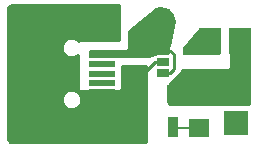
<source format=gtl>
G04 #@! TF.FileFunction,Copper,L1,Top,Signal*
%FSLAX46Y46*%
G04 Gerber Fmt 4.6, Leading zero omitted, Abs format (unit mm)*
G04 Created by KiCad (PCBNEW 4.0.3-stable) date 10/10/16 07:35:05*
%MOMM*%
%LPD*%
G01*
G04 APERTURE LIST*
%ADD10C,0.100000*%
%ADD11C,2.235200*%
%ADD12R,1.825000X2.200000*%
%ADD13R,2.301240X0.500380*%
%ADD14R,2.499360X1.998980*%
%ADD15R,1.060000X0.650000*%
%ADD16R,1.800860X1.597660*%
%ADD17R,1.600000X1.000000*%
%ADD18R,1.000000X1.600000*%
%ADD19R,0.900000X1.700000*%
%ADD20R,2.032000X2.032000*%
%ADD21O,2.032000X2.032000*%
%ADD22C,0.889000*%
%ADD23C,0.254000*%
%ADD24C,0.152400*%
G04 APERTURE END LIST*
D10*
D11*
X63420000Y-151800000D03*
D12*
X67552500Y-153530000D03*
X70127500Y-153530000D03*
D13*
X58449320Y-154649800D03*
X58449320Y-155449900D03*
X58449320Y-156250000D03*
X58449320Y-157050100D03*
X58449320Y-157850200D03*
D14*
X58350260Y-151799920D03*
X52851160Y-151799920D03*
X58350260Y-160700080D03*
X52851160Y-160700080D03*
D15*
X63620000Y-154300000D03*
X63620000Y-155250000D03*
X63620000Y-156200000D03*
X65820000Y-156200000D03*
X65820000Y-154300000D03*
D16*
X66680000Y-158010140D03*
X66680000Y-160849860D03*
D17*
X61460000Y-153030000D03*
X61460000Y-156030000D03*
D18*
X64500000Y-158000000D03*
X61500000Y-158000000D03*
D19*
X64450000Y-160800000D03*
X61550000Y-160800000D03*
D20*
X69750000Y-160400000D03*
D21*
X69750000Y-157860000D03*
D22*
X52500000Y-157500000D03*
X55000000Y-157500000D03*
X53750000Y-157500000D03*
X55000000Y-156250000D03*
X53750000Y-156260000D03*
X52500000Y-156260000D03*
X53750000Y-155000000D03*
X55000000Y-155000000D03*
X52500000Y-155000000D03*
D23*
X63420000Y-151800000D02*
X62090000Y-151800000D01*
X61460000Y-152430000D02*
X61460000Y-153030000D01*
X62090000Y-151800000D02*
X61460000Y-152430000D01*
X64540000Y-155870000D02*
X64210000Y-156200000D01*
X64210000Y-156200000D02*
X63620000Y-156200000D01*
X63620000Y-154300000D02*
X64220000Y-154300000D01*
X64540000Y-154620000D02*
X64540000Y-155870000D01*
X64540000Y-155870000D02*
X64540000Y-155880000D01*
X64220000Y-154300000D02*
X64540000Y-154620000D01*
X63620000Y-154300000D02*
X61890000Y-154300000D01*
X61890000Y-154300000D02*
X61460000Y-153870000D01*
X58449320Y-154649800D02*
X60680200Y-154649800D01*
X61460000Y-153870000D02*
X61460000Y-153030000D01*
X60680200Y-154649800D02*
X61460000Y-153870000D01*
X53750000Y-157500000D02*
X55000000Y-157500000D01*
X55000000Y-157500000D02*
X55000000Y-156250000D01*
X52500000Y-157500000D02*
X53750000Y-157500000D01*
X52500000Y-156260000D02*
X53750000Y-156260000D01*
X54990000Y-156260000D02*
X53750000Y-156260000D01*
X54990000Y-156260000D02*
X55000000Y-156250000D01*
X52500000Y-155000000D02*
X53750000Y-155000000D01*
X55000000Y-155000000D02*
X55000000Y-156250000D01*
X53750000Y-155000000D02*
X55000000Y-155000000D01*
X55000000Y-156250000D02*
X51400000Y-156250000D01*
X52851160Y-151799920D02*
X51400000Y-153251080D01*
X51400000Y-159248920D02*
X52851160Y-160700080D01*
X51400000Y-153251080D02*
X51400000Y-156250000D01*
X51400000Y-156250000D02*
X51400000Y-159248920D01*
X61500000Y-158000000D02*
X61500000Y-156070000D01*
X61500000Y-156070000D02*
X61460000Y-156030000D01*
X61550000Y-160800000D02*
X61550000Y-158050000D01*
X61550000Y-158050000D02*
X61500000Y-158000000D01*
X61550000Y-160800000D02*
X61450080Y-160700080D01*
X61450080Y-160700080D02*
X58350260Y-160700080D01*
X58350260Y-160700080D02*
X58449320Y-160601020D01*
X58449320Y-160601020D02*
X58449320Y-157850200D01*
X58350260Y-160700080D02*
X52851160Y-160700080D01*
X52851160Y-151799920D02*
X58350260Y-151799920D01*
X63620000Y-155250000D02*
X62970000Y-155250000D01*
X62970000Y-155250000D02*
X62190000Y-156030000D01*
X62190000Y-156030000D02*
X61460000Y-156030000D01*
X70127500Y-157482500D02*
X70127500Y-153530000D01*
X69750000Y-157860000D02*
X70127500Y-157482500D01*
X65820000Y-156200000D02*
X65380000Y-156200000D01*
X65380000Y-156200000D02*
X64500000Y-157080000D01*
X64500000Y-157080000D02*
X64500000Y-158000000D01*
X66680000Y-158010140D02*
X69599860Y-158010140D01*
X69599860Y-158010140D02*
X69750000Y-157860000D01*
X64500000Y-158000000D02*
X66669860Y-158000000D01*
X66669860Y-158000000D02*
X66680000Y-158010140D01*
D24*
X65820000Y-154300000D02*
X66782500Y-154300000D01*
X66782500Y-154300000D02*
X67552500Y-153530000D01*
X66680000Y-160849860D02*
X64499860Y-160849860D01*
X64499860Y-160849860D02*
X64450000Y-160800000D01*
D23*
G36*
X63436485Y-150694210D02*
X64001868Y-150859476D01*
X64009577Y-150862928D01*
X64016065Y-150868329D01*
X64380212Y-151267156D01*
X64384534Y-151273205D01*
X64387303Y-151280113D01*
X64517566Y-151766425D01*
X64518617Y-151773640D01*
X64517967Y-151780901D01*
X64078388Y-153881113D01*
X64076369Y-153894050D01*
X64073675Y-153920067D01*
X64073000Y-153933148D01*
X64073000Y-154530491D01*
X64071798Y-154536536D01*
X63090000Y-154536536D01*
X63055647Y-154543000D01*
X63023508Y-154543000D01*
X63000394Y-154545121D01*
X62954936Y-154553535D01*
X62932592Y-154559828D01*
X62387374Y-154768829D01*
X62364837Y-154773000D01*
X57439509Y-154773000D01*
X57429075Y-154770925D01*
X57427000Y-154760491D01*
X57427000Y-154339509D01*
X57429075Y-154329075D01*
X57439509Y-154327000D01*
X60487612Y-154327000D01*
X60507518Y-154325430D01*
X60546837Y-154319190D01*
X60584691Y-154306865D01*
X60620146Y-154288759D01*
X60652324Y-154265321D01*
X60680432Y-154237128D01*
X60703775Y-154204875D01*
X60721773Y-154169364D01*
X60733982Y-154131474D01*
X60740102Y-154092137D01*
X60741611Y-154072226D01*
X60737212Y-152629237D01*
X60738490Y-152620458D01*
X60744436Y-152613881D01*
X62913908Y-150830092D01*
X62919529Y-150826406D01*
X62925817Y-150824003D01*
X63419882Y-150693986D01*
X63428203Y-150692967D01*
X63436485Y-150694210D01*
X63436485Y-150694210D01*
G37*
X63436485Y-150694210D02*
X64001868Y-150859476D01*
X64009577Y-150862928D01*
X64016065Y-150868329D01*
X64380212Y-151267156D01*
X64384534Y-151273205D01*
X64387303Y-151280113D01*
X64517566Y-151766425D01*
X64518617Y-151773640D01*
X64517967Y-151780901D01*
X64078388Y-153881113D01*
X64076369Y-153894050D01*
X64073675Y-153920067D01*
X64073000Y-153933148D01*
X64073000Y-154530491D01*
X64071798Y-154536536D01*
X63090000Y-154536536D01*
X63055647Y-154543000D01*
X63023508Y-154543000D01*
X63000394Y-154545121D01*
X62954936Y-154553535D01*
X62932592Y-154559828D01*
X62387374Y-154768829D01*
X62364837Y-154773000D01*
X57439509Y-154773000D01*
X57429075Y-154770925D01*
X57427000Y-154760491D01*
X57427000Y-154339509D01*
X57429075Y-154329075D01*
X57439509Y-154327000D01*
X60487612Y-154327000D01*
X60507518Y-154325430D01*
X60546837Y-154319190D01*
X60584691Y-154306865D01*
X60620146Y-154288759D01*
X60652324Y-154265321D01*
X60680432Y-154237128D01*
X60703775Y-154204875D01*
X60721773Y-154169364D01*
X60733982Y-154131474D01*
X60740102Y-154092137D01*
X60741611Y-154072226D01*
X60737212Y-152629237D01*
X60738490Y-152620458D01*
X60744436Y-152613881D01*
X62913908Y-150830092D01*
X62919529Y-150826406D01*
X62925817Y-150824003D01*
X63419882Y-150693986D01*
X63428203Y-150692967D01*
X63436485Y-150694210D01*
G36*
X59873000Y-153360491D02*
X59870925Y-153370925D01*
X59860491Y-153373000D01*
X56627000Y-153373000D01*
X56602224Y-153375440D01*
X56553623Y-153385107D01*
X56507842Y-153404070D01*
X56466640Y-153431600D01*
X56436700Y-153461540D01*
X56322000Y-153346639D01*
X56016837Y-153219925D01*
X55686412Y-153219636D01*
X55381029Y-153345818D01*
X55147179Y-153579260D01*
X55020465Y-153884423D01*
X55020176Y-154214848D01*
X55146358Y-154520231D01*
X55379800Y-154754081D01*
X55684963Y-154880795D01*
X56015388Y-154881084D01*
X56320771Y-154754902D01*
X56373000Y-154702764D01*
X56373000Y-157473000D01*
X56375440Y-157497776D01*
X56385107Y-157546377D01*
X56404070Y-157592158D01*
X56431600Y-157633360D01*
X56466640Y-157668400D01*
X56507842Y-157695930D01*
X56553623Y-157714893D01*
X56602224Y-157724560D01*
X56627000Y-157727000D01*
X59873000Y-157727000D01*
X59897776Y-157724560D01*
X59946377Y-157714893D01*
X59992158Y-157695930D01*
X60033360Y-157668400D01*
X60068400Y-157633360D01*
X60095930Y-157592158D01*
X60114893Y-157546377D01*
X60124560Y-157497776D01*
X60127000Y-157473000D01*
X60127000Y-155639509D01*
X60129075Y-155629075D01*
X60139509Y-155627000D01*
X62160491Y-155627000D01*
X62170925Y-155629075D01*
X62173000Y-155639509D01*
X62173000Y-162044000D01*
X50844911Y-162044000D01*
X50671777Y-162009562D01*
X50563073Y-161936928D01*
X50490438Y-161828224D01*
X50456000Y-161655089D01*
X50456000Y-158614128D01*
X55020176Y-158614128D01*
X55146358Y-158919511D01*
X55379800Y-159153361D01*
X55684963Y-159280075D01*
X56015388Y-159280364D01*
X56320771Y-159154182D01*
X56554621Y-158920740D01*
X56681335Y-158615577D01*
X56681624Y-158285152D01*
X56555442Y-157979769D01*
X56322000Y-157745919D01*
X56016837Y-157619205D01*
X55686412Y-157618916D01*
X55381029Y-157745098D01*
X55147179Y-157978540D01*
X55020465Y-158283703D01*
X55020176Y-158614128D01*
X50456000Y-158614128D01*
X50456000Y-150844911D01*
X50490438Y-150671776D01*
X50563073Y-150563072D01*
X50671777Y-150490438D01*
X50844911Y-150456000D01*
X59873000Y-150456000D01*
X59873000Y-153360491D01*
X59873000Y-153360491D01*
G37*
X59873000Y-153360491D02*
X59870925Y-153370925D01*
X59860491Y-153373000D01*
X56627000Y-153373000D01*
X56602224Y-153375440D01*
X56553623Y-153385107D01*
X56507842Y-153404070D01*
X56466640Y-153431600D01*
X56436700Y-153461540D01*
X56322000Y-153346639D01*
X56016837Y-153219925D01*
X55686412Y-153219636D01*
X55381029Y-153345818D01*
X55147179Y-153579260D01*
X55020465Y-153884423D01*
X55020176Y-154214848D01*
X55146358Y-154520231D01*
X55379800Y-154754081D01*
X55684963Y-154880795D01*
X56015388Y-154881084D01*
X56320771Y-154754902D01*
X56373000Y-154702764D01*
X56373000Y-157473000D01*
X56375440Y-157497776D01*
X56385107Y-157546377D01*
X56404070Y-157592158D01*
X56431600Y-157633360D01*
X56466640Y-157668400D01*
X56507842Y-157695930D01*
X56553623Y-157714893D01*
X56602224Y-157724560D01*
X56627000Y-157727000D01*
X59873000Y-157727000D01*
X59897776Y-157724560D01*
X59946377Y-157714893D01*
X59992158Y-157695930D01*
X60033360Y-157668400D01*
X60068400Y-157633360D01*
X60095930Y-157592158D01*
X60114893Y-157546377D01*
X60124560Y-157497776D01*
X60127000Y-157473000D01*
X60127000Y-155639509D01*
X60129075Y-155629075D01*
X60139509Y-155627000D01*
X62160491Y-155627000D01*
X62170925Y-155629075D01*
X62173000Y-155639509D01*
X62173000Y-162044000D01*
X50844911Y-162044000D01*
X50671777Y-162009562D01*
X50563073Y-161936928D01*
X50490438Y-161828224D01*
X50456000Y-161655089D01*
X50456000Y-158614128D01*
X55020176Y-158614128D01*
X55146358Y-158919511D01*
X55379800Y-159153361D01*
X55684963Y-159280075D01*
X56015388Y-159280364D01*
X56320771Y-159154182D01*
X56554621Y-158920740D01*
X56681335Y-158615577D01*
X56681624Y-158285152D01*
X56555442Y-157979769D01*
X56322000Y-157745919D01*
X56016837Y-157619205D01*
X55686412Y-157618916D01*
X55381029Y-157745098D01*
X55147179Y-157978540D01*
X55020465Y-158283703D01*
X55020176Y-158614128D01*
X50456000Y-158614128D01*
X50456000Y-150844911D01*
X50490438Y-150671776D01*
X50563073Y-150563072D01*
X50671777Y-150490438D01*
X50844911Y-150456000D01*
X59873000Y-150456000D01*
X59873000Y-153360491D01*
G36*
X70920925Y-152479075D02*
X70923000Y-152489509D01*
X70923000Y-158810491D01*
X70920925Y-158820925D01*
X70910491Y-158823000D01*
X64139509Y-158823000D01*
X64129075Y-158820925D01*
X64127000Y-158810491D01*
X64127000Y-157213345D01*
X64129192Y-157202037D01*
X64135452Y-157192363D01*
X65298156Y-155983150D01*
X65304533Y-155978090D01*
X65312606Y-155977000D01*
X69073000Y-155977000D01*
X69097776Y-155974560D01*
X69146377Y-155964893D01*
X69192158Y-155945930D01*
X69233360Y-155918400D01*
X69268400Y-155883360D01*
X69295930Y-155842158D01*
X69314893Y-155796377D01*
X69324560Y-155747776D01*
X69327000Y-155723000D01*
X69327000Y-152489509D01*
X69329075Y-152479075D01*
X69339509Y-152477000D01*
X70910491Y-152477000D01*
X70920925Y-152479075D01*
X70920925Y-152479075D01*
G37*
X70920925Y-152479075D02*
X70923000Y-152489509D01*
X70923000Y-158810491D01*
X70920925Y-158820925D01*
X70910491Y-158823000D01*
X64139509Y-158823000D01*
X64129075Y-158820925D01*
X64127000Y-158810491D01*
X64127000Y-157213345D01*
X64129192Y-157202037D01*
X64135452Y-157192363D01*
X65298156Y-155983150D01*
X65304533Y-155978090D01*
X65312606Y-155977000D01*
X69073000Y-155977000D01*
X69097776Y-155974560D01*
X69146377Y-155964893D01*
X69192158Y-155945930D01*
X69233360Y-155918400D01*
X69268400Y-155883360D01*
X69295930Y-155842158D01*
X69314893Y-155796377D01*
X69324560Y-155747776D01*
X69327000Y-155723000D01*
X69327000Y-152489509D01*
X69329075Y-152479075D01*
X69339509Y-152477000D01*
X70910491Y-152477000D01*
X70920925Y-152479075D01*
G36*
X68340925Y-152479075D02*
X68343000Y-152489509D01*
X68343000Y-154510491D01*
X68340925Y-154520925D01*
X68330491Y-154523000D01*
X65359509Y-154523000D01*
X65349075Y-154520925D01*
X65347000Y-154510491D01*
X65347000Y-154099200D01*
X65348949Y-154088480D01*
X65354543Y-154079136D01*
X66751646Y-152483794D01*
X66758146Y-152478211D01*
X66766624Y-152477000D01*
X68330491Y-152477000D01*
X68340925Y-152479075D01*
X68340925Y-152479075D01*
G37*
X68340925Y-152479075D02*
X68343000Y-152489509D01*
X68343000Y-154510491D01*
X68340925Y-154520925D01*
X68330491Y-154523000D01*
X65359509Y-154523000D01*
X65349075Y-154520925D01*
X65347000Y-154510491D01*
X65347000Y-154099200D01*
X65348949Y-154088480D01*
X65354543Y-154079136D01*
X66751646Y-152483794D01*
X66758146Y-152478211D01*
X66766624Y-152477000D01*
X68330491Y-152477000D01*
X68340925Y-152479075D01*
M02*

</source>
